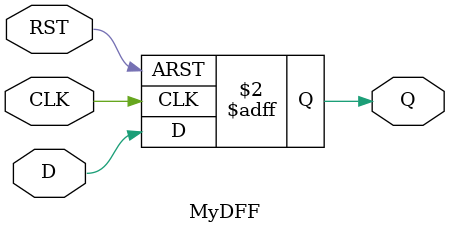
<source format=v>
`timescale 1ns/1ps	

module MyDFF(CLK,RST,D, Q); //	ADDITION - reset signal to initialize DFF
  
  input CLK,RST,D;
  output Q;
  
  wire CLK, D;
  reg Q;
  
  always @ (posedge CLK or posedge RST)
  
  if (RST)
		 Q <= 0; // ADDITION - set DFF to 0
  else begin
    Q<=D;
end
  
endmodule
  
  

</source>
